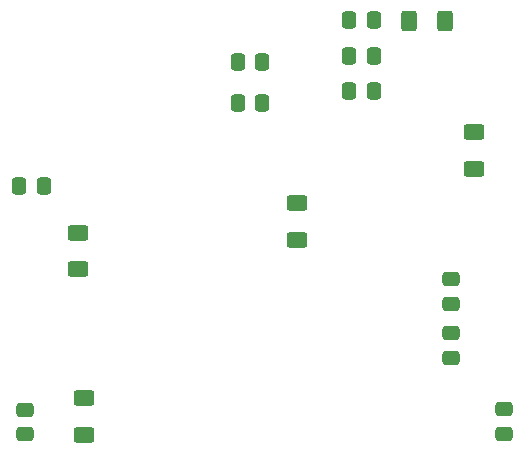
<source format=gbr>
%TF.GenerationSoftware,KiCad,Pcbnew,8.0.6*%
%TF.CreationDate,2025-05-31T11:47:03-05:00*%
%TF.ProjectId,TPS_Calibration_Board,5450535f-4361-46c6-9962-726174696f6e,rev?*%
%TF.SameCoordinates,Original*%
%TF.FileFunction,Paste,Bot*%
%TF.FilePolarity,Positive*%
%FSLAX46Y46*%
G04 Gerber Fmt 4.6, Leading zero omitted, Abs format (unit mm)*
G04 Created by KiCad (PCBNEW 8.0.6) date 2025-05-31 11:47:03*
%MOMM*%
%LPD*%
G01*
G04 APERTURE LIST*
G04 Aperture macros list*
%AMRoundRect*
0 Rectangle with rounded corners*
0 $1 Rounding radius*
0 $2 $3 $4 $5 $6 $7 $8 $9 X,Y pos of 4 corners*
0 Add a 4 corners polygon primitive as box body*
4,1,4,$2,$3,$4,$5,$6,$7,$8,$9,$2,$3,0*
0 Add four circle primitives for the rounded corners*
1,1,$1+$1,$2,$3*
1,1,$1+$1,$4,$5*
1,1,$1+$1,$6,$7*
1,1,$1+$1,$8,$9*
0 Add four rect primitives between the rounded corners*
20,1,$1+$1,$2,$3,$4,$5,0*
20,1,$1+$1,$4,$5,$6,$7,0*
20,1,$1+$1,$6,$7,$8,$9,0*
20,1,$1+$1,$8,$9,$2,$3,0*%
G04 Aperture macros list end*
%ADD10RoundRect,0.250000X-0.625000X0.400000X-0.625000X-0.400000X0.625000X-0.400000X0.625000X0.400000X0*%
%ADD11RoundRect,0.250000X0.400000X0.625000X-0.400000X0.625000X-0.400000X-0.625000X0.400000X-0.625000X0*%
%ADD12RoundRect,0.250000X-0.475000X0.337500X-0.475000X-0.337500X0.475000X-0.337500X0.475000X0.337500X0*%
%ADD13RoundRect,0.250000X0.337500X0.475000X-0.337500X0.475000X-0.337500X-0.475000X0.337500X-0.475000X0*%
%ADD14RoundRect,0.250000X-0.337500X-0.475000X0.337500X-0.475000X0.337500X0.475000X-0.337500X0.475000X0*%
%ADD15RoundRect,0.250000X0.475000X-0.337500X0.475000X0.337500X-0.475000X0.337500X-0.475000X-0.337500X0*%
G04 APERTURE END LIST*
D10*
%TO.C,R12*%
X154500000Y-121300000D03*
X154500000Y-118200000D03*
%TD*%
D11*
%TO.C,R6*%
X185050000Y-86250000D03*
X181950000Y-86250000D03*
%TD*%
D10*
%TO.C,R3*%
X154000000Y-104200000D03*
X154000000Y-107300000D03*
%TD*%
%TO.C,R2*%
X172500000Y-101700000D03*
X172500000Y-104800000D03*
%TD*%
%TO.C,R1*%
X187500000Y-95700000D03*
X187500000Y-98800000D03*
%TD*%
D12*
%TO.C,C16*%
X190000000Y-121250000D03*
X190000000Y-119175000D03*
%TD*%
D13*
%TO.C,C15*%
X169537500Y-89750000D03*
X167462500Y-89750000D03*
%TD*%
%TO.C,C14*%
X169537500Y-93250000D03*
X167462500Y-93250000D03*
%TD*%
%TO.C,C11*%
X176925000Y-92250000D03*
X179000000Y-92250000D03*
%TD*%
%TO.C,C10*%
X179000000Y-89240000D03*
X176925000Y-89240000D03*
%TD*%
%TO.C,C9*%
X179000000Y-86230000D03*
X176925000Y-86230000D03*
%TD*%
D12*
%TO.C,C3*%
X185500000Y-108175000D03*
X185500000Y-110250000D03*
%TD*%
D14*
%TO.C,C2*%
X151075000Y-100250000D03*
X149000000Y-100250000D03*
%TD*%
D15*
%TO.C,C1*%
X185500000Y-114787500D03*
X185500000Y-112712500D03*
%TD*%
D12*
%TO.C,C8*%
X149500000Y-121287500D03*
X149500000Y-119212500D03*
%TD*%
M02*

</source>
